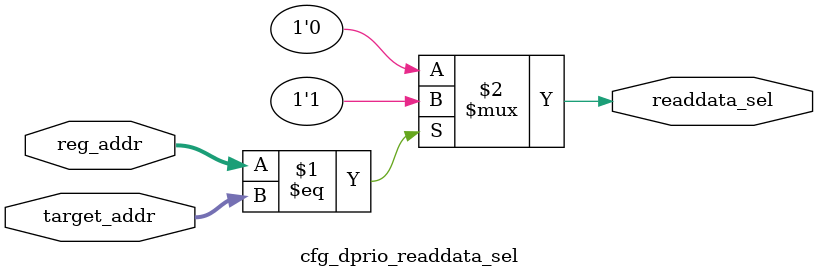
<source format=v>


module cfg_dprio_readdata_sel
#(
   parameter ADDR_WIDTH      = 10  // Address width
 )
( 
input  wire [ADDR_WIDTH-1:0]  reg_addr,     // address input
input  wire [ADDR_WIDTH-1:0]  target_addr,  // target address input

output wire                   readdata_sel  // read select output
);

assign readdata_sel = (reg_addr == target_addr) ? 1'b1 : 1'b0;

endmodule

</source>
